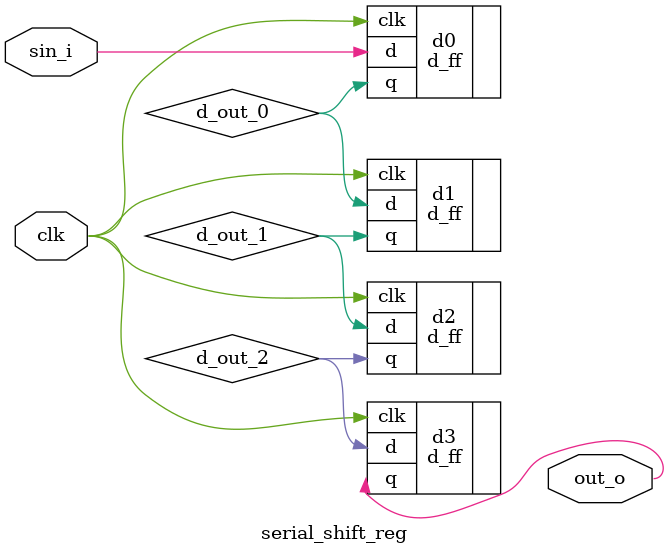
<source format=v>
`timescale 1ns/1ns
module serial_shift_reg (
    input sin_i,
    input clk,
    output out_o
);

    wire d_out_0;
    wire d_out_1;
    wire d_out_2;

    d_ff d0 (
        .clk(clk),
        .d(sin_i),
        .q(d_out_0)
    );

    d_ff d1 (
        .clk(clk),
        .d(d_out_0),
        .q(d_out_1)
    );

    d_ff d2 (
        .clk(clk),
        .d(d_out_1),
        .q(d_out_2)
    );

    d_ff d3 (
        .clk(clk),
        .d(d_out_2),
        .q(out_o)
    );

endmodule : serial_shift_reg

</source>
